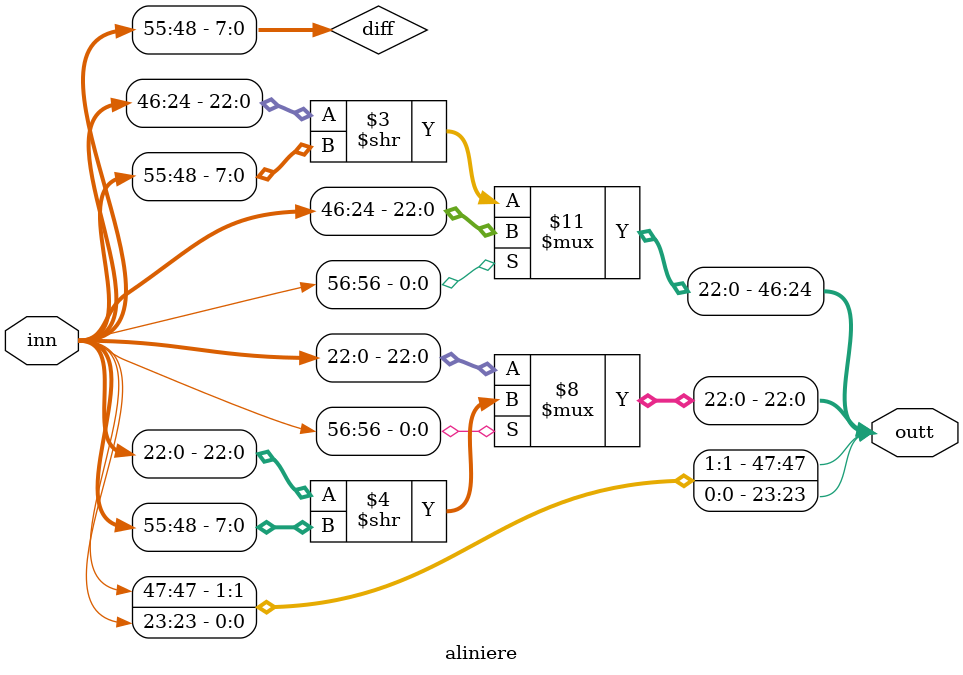
<source format=v>
`timescale 1ns / 1ps


module aliniere(inn, outt);
    output [47:0] outt;
    reg [47:0] outt;
    input[56:0] inn;
    wire [7:0] diff;
    
    assign diff = inn[55:48];
    
    always @(*)
        if (inn[56] == 0)
            begin
            outt[23:0] <= inn[23:0];
            outt[47] <= inn[47];  
            outt[46:24] <= inn[46:24] >> diff; 
            end
        else 
            begin
            outt[23] <= inn[23];
            outt[22:0] <= inn[22:0] >> diff;
            outt[47:24] <= inn[47:24];
            end
    
endmodule

</source>
